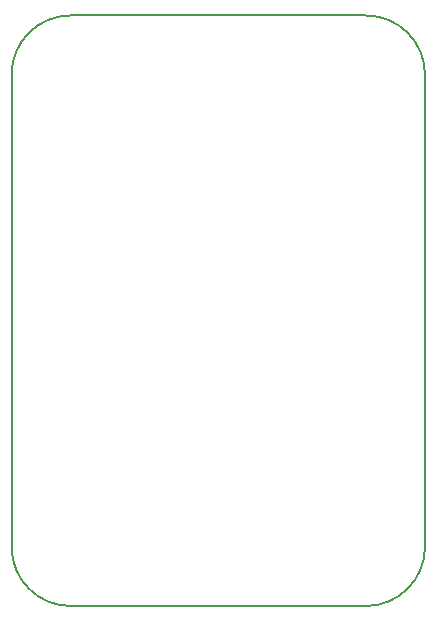
<source format=gbr>
G04 #@! TF.GenerationSoftware,KiCad,Pcbnew,8.0.4*
G04 #@! TF.CreationDate,2024-08-21T23:49:23-07:00*
G04 #@! TF.ProjectId,Physics IA,50687973-6963-4732-9049-412e6b696361,rev?*
G04 #@! TF.SameCoordinates,Original*
G04 #@! TF.FileFunction,Profile,NP*
%FSLAX46Y46*%
G04 Gerber Fmt 4.6, Leading zero omitted, Abs format (unit mm)*
G04 Created by KiCad (PCBNEW 8.0.4) date 2024-08-21 23:49:23*
%MOMM*%
%LPD*%
G01*
G04 APERTURE LIST*
G04 #@! TA.AperFunction,Profile*
%ADD10C,0.200000*%
G04 #@! TD*
G04 APERTURE END LIST*
D10*
X149000000Y-107500000D02*
X124000000Y-107500000D01*
X154000000Y-62500000D02*
X154000000Y-102500000D01*
X124000000Y-57500000D02*
X149000000Y-57500000D01*
X119000000Y-62500000D02*
X119000000Y-102500000D01*
X154000000Y-102500000D02*
G75*
G02*
X149000000Y-107500000I-5000000J0D01*
G01*
X124000000Y-107500000D02*
G75*
G02*
X119000000Y-102500000I0J5000000D01*
G01*
X149000000Y-57500000D02*
G75*
G02*
X154000000Y-62500000I0J-5000000D01*
G01*
X119000000Y-62500000D02*
G75*
G02*
X124000000Y-57500000I5000000J0D01*
G01*
M02*

</source>
